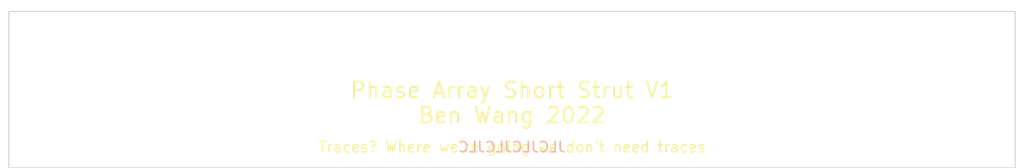
<source format=kicad_pcb>
(kicad_pcb (version 20211014) (generator pcbnew)
  (layers (0 "F.Cu" signal) (31 "B.Cu" signal) (34 "B.Paste" user) (35 "F.Paste" user) (36 "B.SilkS" user "B.Silkscreen") (37 "F.SilkS" user "F.Silkscreen") (38 "B.Mask" user) (39 "F.Mask" user) (44 "Edge.Cuts" user))
  (net 0 "")
  (footprint "slots:1.6x5mm slot" (layer "F.Cu") (at 84 0 -90)
    (fp_text reference "REF**" hide)
    (fp_text value "1.6x5mm slot" hide)
    (pad "" np_thru_hole circle (at 0 -0.4 270) (size 0.01 0.01) (drill oval 2.45 0.8) (layers *.Mask))
    (pad "" np_thru_hole circle (at 0 -3.5 90) (size 0.01 0.01) (drill oval 1.65 7) (layers *.Mask))
  )
  (footprint "slots:1.6x5mm slot" (layer "F.Cu") (at 0 0 90)
    (fp_text reference "REF**" hide)
    (fp_text value "1.6x5mm slot" hide)
    (pad "" np_thru_hole circle (at 0 -0.4 90) (size 0.01 0.01) (drill oval 2.45 0.8) (layers *.Mask))
    (pad "" np_thru_hole circle (at 0 -3.5 270) (size 0.01 0.01) (drill oval 1.65 7) (layers *.Mask))
  )
  (footprint "slots:1.6x5mm slot" (layer "F.Cu") (at 42 -1.5)
    (fp_text reference "REF**" hide)
    (fp_text value "1.6x5mm slot" hide)
    (pad "" np_thru_hole circle (at 0 -3.5 180) (size 0.01 0.01) (drill oval 1.65 7) (layers *.Mask))
    (pad "" np_thru_hole circle (at 0 -0.4) (size 0.01 0.01) (drill oval 2.45 0.8) (layers *.Mask))
  )
  (gr_line (start 90.25 -2) (end 90.25 -7.5) (layer "Edge.Cuts") (width 0.1))
  (gr_line (start -6.25 -2) (end -6.25 2) (layer "Edge.Cuts") (width 0.1))
  (gr_line (start 90.25 2) (end 90.25 7.5) (layer "Edge.Cuts") (width 0.1))
  (gr_line (start 90.25 -7.5) (end -6.25 -7.5) (layer "Edge.Cuts") (width 0.1))
  (gr_line (start -6.25 7.5) (end -6.25 2) (layer "Edge.Cuts") (width 0.1))
  (gr_line (start 90.25 -2) (end 90.25 2) (layer "Edge.Cuts") (width 0.1))
  (gr_line (start 90.25 7.5) (end -6.25 7.5) (layer "Edge.Cuts") (width 0.1))
  (gr_line (start -6.25 -7.5) (end -6.25 -2) (layer "Edge.Cuts") (width 0.1))
  (gr_text "JLCJLCJLCJLC" (at 42 5.5) (layer "B.SilkS") (effects (font (size 1 1)) (justify mirror)))
  (gr_text "Phase Array Short Strut V1\nBen Wang 2022" (at 42 1.25) (layer "F.SilkS") (effects (font (size 1.5 1.5) (thickness 0.2))))
  (gr_text "Traces? Where we're going we don't need traces" (at 42 5.5) (layer "F.SilkS") (effects (font (size 1 1))))
)
</source>
